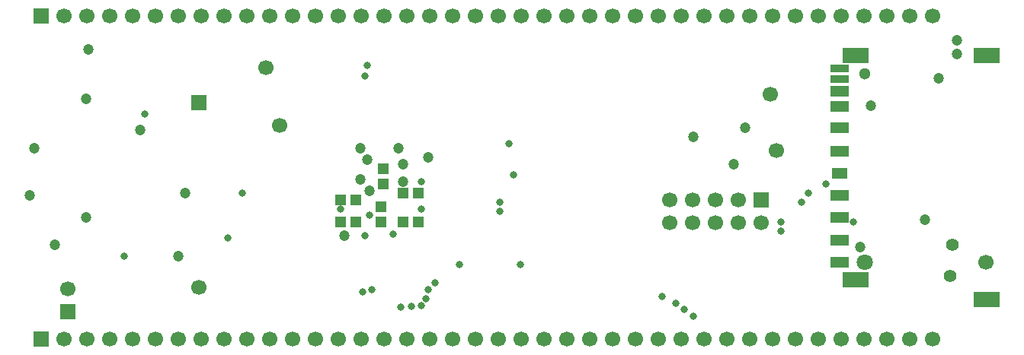
<source format=gbs>
%FSLAX42Y42*%
%MOMM*%
G71*
G01*
G75*
%ADD10C,0.20*%
%ADD11C,0.30*%
%ADD12R,1.00X0.85*%
%ADD13R,1.50X1.30*%
%ADD14R,1.00X1.10*%
%ADD15R,1.30X1.50*%
%ADD16R,1.10X1.00*%
%ADD17R,1.50X5.50*%
%ADD18R,1.80X1.60*%
%ADD19R,1.60X1.80*%
%ADD20R,0.30X1.60*%
%ADD21R,1.60X0.30*%
%ADD22R,1.80X0.60*%
%ADD23R,1.80X2.15*%
%ADD24R,0.60X2.20*%
%ADD25R,0.60X1.55*%
%ADD26R,1.90X1.30*%
%ADD27R,0.60X1.80*%
%ADD28C,0.25*%
%ADD29C,0.50*%
%ADD30C,0.40*%
%ADD31C,1.00*%
%ADD32C,1.50*%
%ADD33R,1.50X1.50*%
%ADD34C,1.60*%
%ADD35C,1.10*%
%ADD36C,0.60*%
%ADD37C,1.00*%
%ADD38C,1.20*%
%ADD39R,1.90X1.00*%
%ADD40R,1.50X1.00*%
%ADD41R,1.90X0.70*%
%ADD42R,2.80X1.50*%
%ADD43C,0.25*%
%ADD44C,0.13*%
%ADD45R,2.80X0.65*%
%ADD46R,1.20X1.05*%
%ADD47R,1.70X1.50*%
%ADD48R,1.20X1.30*%
%ADD49R,1.50X1.70*%
%ADD50R,1.30X1.20*%
%ADD51R,1.70X5.70*%
%ADD52R,2.00X1.80*%
%ADD53R,1.80X2.00*%
%ADD54R,0.50X1.80*%
%ADD55R,1.80X0.50*%
%ADD56R,2.00X0.80*%
%ADD57R,2.00X2.35*%
%ADD58R,0.80X2.40*%
%ADD59R,0.80X1.75*%
%ADD60R,2.10X1.50*%
%ADD61R,0.80X2.00*%
%ADD62C,1.70*%
%ADD63R,1.70X1.70*%
%ADD64C,1.80*%
%ADD65C,1.30*%
%ADD66C,0.80*%
%ADD67C,1.20*%
%ADD68C,1.40*%
%ADD69R,2.10X1.20*%
%ADD70R,1.70X1.20*%
%ADD71R,2.10X0.90*%
%ADD72R,3.00X1.70*%
D48*
X4100Y-2005D02*
D03*
Y-2175D02*
D03*
X4075Y-2595D02*
D03*
Y-2425D02*
D03*
D50*
X4495Y-2600D02*
D03*
X4325D02*
D03*
X4495Y-2275D02*
D03*
X4325D02*
D03*
X3630Y-2350D02*
D03*
X3800D02*
D03*
X3795Y-2600D02*
D03*
X3625D02*
D03*
D62*
X2050Y-3325D02*
D03*
X10206Y-300D02*
D03*
X9952D02*
D03*
X9698D02*
D03*
X9444D02*
D03*
X9190D02*
D03*
X8936D02*
D03*
X8682D02*
D03*
X8428D02*
D03*
X8174D02*
D03*
X7920D02*
D03*
X7666D02*
D03*
X7412D02*
D03*
X7158D02*
D03*
X6904D02*
D03*
X6650D02*
D03*
X6396D02*
D03*
X6142D02*
D03*
X5888D02*
D03*
X5634D02*
D03*
X5380D02*
D03*
X5126D02*
D03*
X4872D02*
D03*
X4618D02*
D03*
X4364D02*
D03*
X4110D02*
D03*
X3856D02*
D03*
X3602D02*
D03*
X3348D02*
D03*
X3094D02*
D03*
X2840D02*
D03*
X2586D02*
D03*
X2332D02*
D03*
X2078D02*
D03*
X1824D02*
D03*
X1570D02*
D03*
X1316D02*
D03*
X1062D02*
D03*
X808D02*
D03*
X554D02*
D03*
X600Y-3346D02*
D03*
X554Y-3900D02*
D03*
X808D02*
D03*
X1062D02*
D03*
X1316D02*
D03*
X1570D02*
D03*
X1824D02*
D03*
X2078D02*
D03*
X2332D02*
D03*
X2586D02*
D03*
X2840D02*
D03*
X3094D02*
D03*
X3348D02*
D03*
X3602D02*
D03*
X3856D02*
D03*
X4110D02*
D03*
X4364D02*
D03*
X4618D02*
D03*
X4872D02*
D03*
X5126D02*
D03*
X5380D02*
D03*
X5634D02*
D03*
X5888D02*
D03*
X6142D02*
D03*
X6396D02*
D03*
X6650D02*
D03*
X6904D02*
D03*
X7158D02*
D03*
X7412D02*
D03*
X7666D02*
D03*
X7920D02*
D03*
X8174D02*
D03*
X8428D02*
D03*
X8682D02*
D03*
X8936D02*
D03*
X9190D02*
D03*
X9444D02*
D03*
X9698D02*
D03*
X9952D02*
D03*
X10206D02*
D03*
X7284Y-2604D02*
D03*
Y-2350D02*
D03*
X7538Y-2604D02*
D03*
Y-2350D02*
D03*
X7792Y-2604D02*
D03*
Y-2350D02*
D03*
X8046Y-2604D02*
D03*
Y-2350D02*
D03*
X8300Y-2604D02*
D03*
X2800Y-875D02*
D03*
X2950Y-1525D02*
D03*
X8475Y-1800D02*
D03*
X10800Y-3050D02*
D03*
X8400Y-1175D02*
D03*
D63*
X2050Y-1265D02*
D03*
X300Y-300D02*
D03*
X600Y-3600D02*
D03*
X300Y-3900D02*
D03*
X8300Y-2350D02*
D03*
D64*
X9455Y-3050D02*
D03*
D65*
Y-950D02*
D03*
D66*
X3900Y-975D02*
D03*
X3925Y-850D02*
D03*
X1456Y-1394D02*
D03*
X8825Y-2275D02*
D03*
X8750Y-2375D02*
D03*
X3975Y-3350D02*
D03*
X3875Y-3375D02*
D03*
X7200Y-3425D02*
D03*
X7350Y-3500D02*
D03*
X7450Y-3575D02*
D03*
X7550Y-3650D02*
D03*
X1225Y-2975D02*
D03*
X4300Y-3550D02*
D03*
X4415Y-3540D02*
D03*
X4525Y-3525D02*
D03*
X4575Y-3450D02*
D03*
X4600Y-3350D02*
D03*
X4675Y-3275D02*
D03*
X5625Y-3075D02*
D03*
X4950D02*
D03*
X3900Y-2750D02*
D03*
X4215Y-2735D02*
D03*
X3950Y-2525D02*
D03*
X3625Y-2450D02*
D03*
X4525D02*
D03*
Y-2150D02*
D03*
X5400Y-2475D02*
D03*
Y-2375D02*
D03*
X5500Y-1725D02*
D03*
X5550Y-2075D02*
D03*
X2373Y-2773D02*
D03*
X2540Y-2280D02*
D03*
X9325Y-2600D02*
D03*
X9025Y-2175D02*
D03*
X8525Y-2700D02*
D03*
X8525Y-2600D02*
D03*
D67*
X10475Y-725D02*
D03*
X3925Y-1900D02*
D03*
X825Y-675D02*
D03*
X4325Y-2150D02*
D03*
X9400Y-2875D02*
D03*
X10125Y-2575D02*
D03*
X9525Y-1300D02*
D03*
X10275Y-1000D02*
D03*
X10475Y-575D02*
D03*
X8000Y-1950D02*
D03*
X8125Y-1550D02*
D03*
X7550Y-1650D02*
D03*
X1400Y-1575D02*
D03*
X225Y-1775D02*
D03*
X1900Y-2275D02*
D03*
X3850Y-2125D02*
D03*
X800Y-1225D02*
D03*
X450Y-2850D02*
D03*
X3950Y-2250D02*
D03*
X4600Y-1875D02*
D03*
X4325Y-1950D02*
D03*
X3675Y-2750D02*
D03*
X3850Y-1775D02*
D03*
X4275D02*
D03*
X1825Y-2975D02*
D03*
X800Y-2550D02*
D03*
X175Y-2300D02*
D03*
D68*
X10400Y-3200D02*
D03*
X10425Y-2850D02*
D03*
D69*
X9175Y-2800D02*
D03*
Y-2550D02*
D03*
Y-2300D02*
D03*
Y-1810D02*
D03*
Y-1550D02*
D03*
Y-1307D02*
D03*
Y-1138D02*
D03*
Y-3050D02*
D03*
D70*
Y-2060D02*
D03*
D71*
Y-1007D02*
D03*
Y-888D02*
D03*
D72*
X9355Y-740D02*
D03*
Y-3240D02*
D03*
X10805Y-3460D02*
D03*
Y-740D02*
D03*
M02*

</source>
